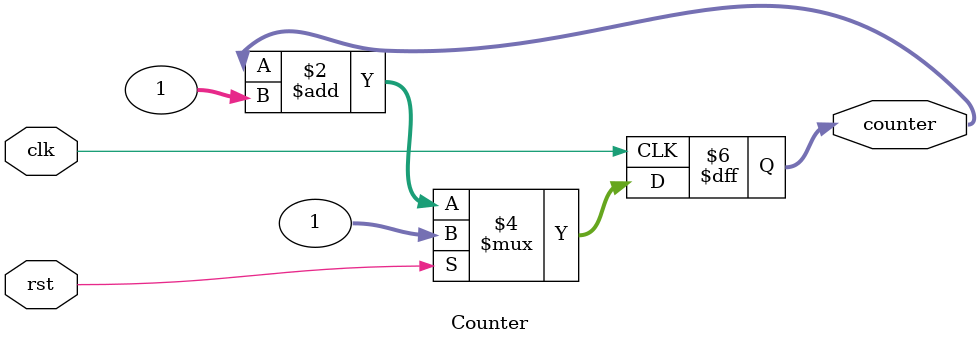
<source format=sv>
module Clk_div (	input logic inclk, Reset,
						input logic [31:0] div_clk_count, 
						output logic outclk, outclk_Not);
	logic [31:0] counter;
	logic rst, rst2;
	
	Counter COUNTER (.clk(inclk), .rst(rst), .counter(counter));
	
	always_ff @(posedge inclk)
		if (rst2) 
			begin
				outclk <= 1'b1;
				rst <= 1'b0;
				rst2 <= 1'b0;
			end
		else if (div_clk_count == 1)
			outclk <= ~outclk;
		else
			if (counter == div_clk_count-32'b1) 
				begin
					rst <= 1'b1;
					outclk <= ~outclk;
				end
			else 
				rst <= 1'b0;
			
endmodule


module Counter (input logic clk, rst, output logic [31:0] counter);
	always_ff @(posedge clk)
		if (rst) 
				counter <= 32'b1;
		else
			counter <= counter + 32'b1;
endmodule
</source>
